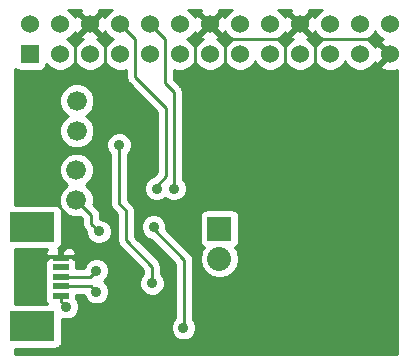
<source format=gbl>
G04 #@! TF.FileFunction,Copper,L2,Bot,Signal*
%FSLAX46Y46*%
G04 Gerber Fmt 4.6, Leading zero omitted, Abs format (unit mm)*
G04 Created by KiCad (PCBNEW 4.0.1-stable) date 7/28/2016 7:21:10 PM*
%MOMM*%
G01*
G04 APERTURE LIST*
%ADD10C,0.150000*%
%ADD11R,1.524000X1.524000*%
%ADD12C,1.524000*%
%ADD13C,1.676400*%
%ADD14R,2.032000X2.032000*%
%ADD15O,2.032000X2.032000*%
%ADD16R,3.799840X2.499360*%
%ADD17R,1.399540X0.500380*%
%ADD18C,0.889000*%
%ADD19C,0.254000*%
G04 APERTURE END LIST*
D10*
D11*
X139905000Y-77445000D03*
D12*
X139905000Y-74905000D03*
X142445000Y-77445000D03*
X142445000Y-74905000D03*
X144985000Y-77445000D03*
X144985000Y-74905000D03*
X147525000Y-77445000D03*
X147525000Y-74905000D03*
X150065000Y-77445000D03*
X150065000Y-74905000D03*
X152605000Y-77445000D03*
X152605000Y-74905000D03*
X155145000Y-77445000D03*
X155145000Y-74905000D03*
X157685000Y-77445000D03*
X157685000Y-74905000D03*
X160225000Y-77445000D03*
X160225000Y-74905000D03*
X162765000Y-77445000D03*
X162765000Y-74905000D03*
X165305000Y-77445000D03*
X165305000Y-74905000D03*
X167845000Y-77445000D03*
X167845000Y-74905000D03*
X170385000Y-77445000D03*
X170385000Y-74905000D03*
D13*
X143842000Y-87224000D03*
X143842000Y-89764000D03*
X143880000Y-81380000D03*
X143880000Y-83920000D03*
D14*
X155956000Y-92202000D03*
D15*
X155956000Y-94742000D03*
D16*
X140098780Y-92064840D03*
X140098780Y-100467160D03*
D17*
X142499080Y-94665800D03*
X142499080Y-95465900D03*
X142499080Y-97866200D03*
X142499080Y-97066100D03*
X142499080Y-96266000D03*
D18*
X150382500Y-92050000D03*
X152908000Y-100584000D03*
X143002000Y-98806000D03*
X145542000Y-97536000D03*
X145542000Y-95758000D03*
X143256000Y-93472000D03*
X148858500Y-97257000D03*
X142748000Y-102362000D03*
X147652000Y-95860000D03*
X150636500Y-88811500D03*
X150255500Y-96812500D03*
X147460000Y-85100000D03*
X145747000Y-92431000D03*
X152097000Y-88811500D03*
D19*
X150382500Y-92240500D02*
X152986000Y-94844000D01*
X150382500Y-92050000D02*
X150382500Y-92240500D01*
X152908000Y-100584000D02*
X152986000Y-100506000D01*
X152986000Y-100506000D02*
X152986000Y-94844000D01*
X142499080Y-98303080D02*
X142499080Y-97866200D01*
X143002000Y-98806000D02*
X142499080Y-98303080D01*
X142499080Y-97066100D02*
X145072100Y-97066100D01*
X145072100Y-97066100D02*
X145542000Y-97536000D01*
X142499080Y-96266000D02*
X145034000Y-96266000D01*
X145034000Y-96266000D02*
X145542000Y-95758000D01*
X142499080Y-94665800D02*
X142499080Y-94228920D01*
X142499080Y-94228920D02*
X143256000Y-93472000D01*
X161495000Y-76175000D02*
X156415000Y-76175000D01*
X169242000Y-76175000D02*
X164035000Y-76175000D01*
X146255000Y-78207000D02*
X146255000Y-76175000D01*
X146255000Y-76175000D02*
X144985000Y-74905000D01*
X164035000Y-78334000D02*
X164035000Y-76175000D01*
X164035000Y-76175000D02*
X162765000Y-74905000D01*
X156415000Y-78334000D02*
X156415000Y-76175000D01*
X156415000Y-76175000D02*
X155145000Y-74905000D01*
X143715000Y-78080000D02*
X143715000Y-76175000D01*
X143715000Y-76175000D02*
X144985000Y-74905000D01*
X161495000Y-78461000D02*
X161495000Y-76175000D01*
X161495000Y-76175000D02*
X162765000Y-74905000D01*
X153875000Y-78207000D02*
X153875000Y-76175000D01*
X153875000Y-76175000D02*
X155145000Y-74905000D01*
X150636500Y-88811500D02*
X150636500Y-88557500D01*
X148795000Y-76175000D02*
X147525000Y-74905000D01*
X148795000Y-79350000D02*
X148795000Y-76175000D01*
X151462000Y-82017000D02*
X148795000Y-79350000D01*
X151462000Y-87732000D02*
X151462000Y-82017000D01*
X150636500Y-88557500D02*
X151462000Y-87732000D01*
X147461500Y-85101500D02*
X147461500Y-90081500D01*
X150255500Y-95415500D02*
X150255500Y-96812500D01*
X148033000Y-93193000D02*
X150255500Y-95415500D01*
X148033000Y-90653000D02*
X148033000Y-93193000D01*
X147461500Y-90081500D02*
X148033000Y-90653000D01*
X147461500Y-85101500D02*
X147460000Y-85100000D01*
X145112000Y-91796000D02*
X145112000Y-91034000D01*
X145747000Y-92431000D02*
X145112000Y-91796000D01*
X145112000Y-91034000D02*
X143842000Y-89764000D01*
X150065000Y-74905000D02*
X150089000Y-74905000D01*
X150089000Y-74905000D02*
X151335000Y-76151000D01*
X151335000Y-76151000D02*
X151335000Y-79858000D01*
X151335000Y-79858000D02*
X152097000Y-80620000D01*
X152097000Y-80620000D02*
X152097000Y-88811500D01*
G36*
X169199990Y-75695303D02*
X169592630Y-76088629D01*
X169784727Y-76168395D01*
X169653857Y-76222603D01*
X169584392Y-76464787D01*
X170385000Y-77265395D01*
X170399143Y-77251253D01*
X170578748Y-77430858D01*
X170564605Y-77445000D01*
X170578748Y-77459143D01*
X170399143Y-77638748D01*
X170385000Y-77624605D01*
X169584392Y-78425213D01*
X169653857Y-78667397D01*
X170177302Y-78854144D01*
X170732368Y-78826362D01*
X170970000Y-78727931D01*
X170970000Y-102795000D01*
X138685000Y-102795000D01*
X138685000Y-102364280D01*
X141998700Y-102364280D01*
X142234017Y-102320002D01*
X142450141Y-102180930D01*
X142595131Y-101968730D01*
X142646140Y-101716840D01*
X142646140Y-99827100D01*
X142786332Y-99885313D01*
X143215784Y-99885687D01*
X143612689Y-99721689D01*
X143916622Y-99418286D01*
X144081313Y-99021668D01*
X144081687Y-98592216D01*
X143917689Y-98195311D01*
X143845045Y-98122540D01*
X143846290Y-98116390D01*
X143846290Y-97828100D01*
X144494673Y-97828100D01*
X144626311Y-98146689D01*
X144929714Y-98450622D01*
X145326332Y-98615313D01*
X145755784Y-98615687D01*
X146152689Y-98451689D01*
X146456622Y-98148286D01*
X146621313Y-97751668D01*
X146621687Y-97322216D01*
X146457689Y-96925311D01*
X146179644Y-96646781D01*
X146456622Y-96370286D01*
X146621313Y-95973668D01*
X146621687Y-95544216D01*
X146457689Y-95147311D01*
X146154286Y-94843378D01*
X145757668Y-94678687D01*
X145328216Y-94678313D01*
X144931311Y-94842311D01*
X144627378Y-95145714D01*
X144478604Y-95504000D01*
X143846290Y-95504000D01*
X143846290Y-95215710D01*
X143819967Y-95075815D01*
X143833850Y-95042299D01*
X143833850Y-94949645D01*
X143689050Y-94804845D01*
X143662940Y-94764269D01*
X143450740Y-94619279D01*
X143198850Y-94568270D01*
X141799310Y-94568270D01*
X141563993Y-94612548D01*
X141347869Y-94751620D01*
X141316662Y-94797293D01*
X141164310Y-94949645D01*
X141164310Y-95042299D01*
X141179541Y-95079069D01*
X141151870Y-95215710D01*
X141151870Y-95716090D01*
X141181103Y-95871452D01*
X141151870Y-96015810D01*
X141151870Y-96516190D01*
X141181103Y-96671552D01*
X141151870Y-96815910D01*
X141151870Y-97316290D01*
X141181103Y-97471652D01*
X141151870Y-97616010D01*
X141151870Y-98116390D01*
X141196148Y-98351707D01*
X141335220Y-98567831D01*
X141338453Y-98570040D01*
X138685000Y-98570040D01*
X138685000Y-93961960D01*
X141354934Y-93961960D01*
X141260983Y-94055912D01*
X141164310Y-94289301D01*
X141164310Y-94381955D01*
X141323060Y-94540705D01*
X142372080Y-94540705D01*
X142372080Y-93939360D01*
X142626080Y-93939360D01*
X142626080Y-94540705D01*
X143675100Y-94540705D01*
X143833850Y-94381955D01*
X143833850Y-94289301D01*
X143737177Y-94055912D01*
X143558549Y-93877283D01*
X143325160Y-93780610D01*
X142784830Y-93780610D01*
X142626080Y-93939360D01*
X142372080Y-93939360D01*
X142304833Y-93872113D01*
X142450141Y-93778610D01*
X142595131Y-93566410D01*
X142646140Y-93314520D01*
X142646140Y-90815160D01*
X142608144Y-90613230D01*
X143006409Y-91012190D01*
X143547677Y-91236944D01*
X144133752Y-91237455D01*
X144207396Y-91207026D01*
X144350000Y-91349631D01*
X144350000Y-91796000D01*
X144408004Y-92087605D01*
X144526982Y-92265668D01*
X144573185Y-92334815D01*
X144667501Y-92429131D01*
X144667313Y-92644784D01*
X144831311Y-93041689D01*
X145134714Y-93345622D01*
X145531332Y-93510313D01*
X145960784Y-93510687D01*
X146357689Y-93346689D01*
X146661622Y-93043286D01*
X146826313Y-92646668D01*
X146826687Y-92217216D01*
X146662689Y-91820311D01*
X146359286Y-91516378D01*
X145962668Y-91351687D01*
X145874000Y-91351610D01*
X145874000Y-91034000D01*
X145815996Y-90742395D01*
X145756264Y-90653000D01*
X145650815Y-90495184D01*
X145285313Y-90129682D01*
X145314944Y-90058323D01*
X145315455Y-89472248D01*
X145091647Y-88930589D01*
X144677591Y-88515810D01*
X144625608Y-88494225D01*
X144675411Y-88473647D01*
X145090190Y-88059591D01*
X145314944Y-87518323D01*
X145315455Y-86932248D01*
X145091647Y-86390589D01*
X144677591Y-85975810D01*
X144136323Y-85751056D01*
X143550248Y-85750545D01*
X143008589Y-85974353D01*
X142593810Y-86388409D01*
X142369056Y-86929677D01*
X142368545Y-87515752D01*
X142592353Y-88057411D01*
X143006409Y-88472190D01*
X143058392Y-88493775D01*
X143008589Y-88514353D01*
X142593810Y-88928409D01*
X142369056Y-89469677D01*
X142368545Y-90055752D01*
X142555009Y-90507032D01*
X142462790Y-90363719D01*
X142250590Y-90218729D01*
X141998700Y-90167720D01*
X138685000Y-90167720D01*
X138685000Y-81671752D01*
X142406545Y-81671752D01*
X142630353Y-82213411D01*
X143044409Y-82628190D01*
X143096392Y-82649775D01*
X143046589Y-82670353D01*
X142631810Y-83084409D01*
X142407056Y-83625677D01*
X142406545Y-84211752D01*
X142630353Y-84753411D01*
X143044409Y-85168190D01*
X143585677Y-85392944D01*
X144171752Y-85393455D01*
X144364571Y-85313784D01*
X146380313Y-85313784D01*
X146544311Y-85710689D01*
X146699500Y-85866149D01*
X146699500Y-90081500D01*
X146757504Y-90373105D01*
X146839075Y-90495184D01*
X146922685Y-90620315D01*
X147271000Y-90968630D01*
X147271000Y-93193000D01*
X147329004Y-93484605D01*
X147372591Y-93549837D01*
X147494185Y-93731815D01*
X149493500Y-95731131D01*
X149493500Y-96047858D01*
X149340878Y-96200214D01*
X149176187Y-96596832D01*
X149175813Y-97026284D01*
X149339811Y-97423189D01*
X149643214Y-97727122D01*
X150039832Y-97891813D01*
X150469284Y-97892187D01*
X150866189Y-97728189D01*
X151170122Y-97424786D01*
X151334813Y-97028168D01*
X151335187Y-96598716D01*
X151171189Y-96201811D01*
X151017500Y-96047854D01*
X151017500Y-95415500D01*
X150959496Y-95123895D01*
X150852537Y-94963820D01*
X150794316Y-94876685D01*
X148795000Y-92877370D01*
X148795000Y-92263784D01*
X149302813Y-92263784D01*
X149466811Y-92660689D01*
X149770214Y-92964622D01*
X150166832Y-93129313D01*
X150193706Y-93129336D01*
X152224000Y-95159630D01*
X152224000Y-99741494D01*
X151993378Y-99971714D01*
X151828687Y-100368332D01*
X151828313Y-100797784D01*
X151992311Y-101194689D01*
X152295714Y-101498622D01*
X152692332Y-101663313D01*
X153121784Y-101663687D01*
X153518689Y-101499689D01*
X153822622Y-101196286D01*
X153987313Y-100799668D01*
X153987687Y-100370216D01*
X153823689Y-99973311D01*
X153748000Y-99897490D01*
X153748000Y-94844000D01*
X153727711Y-94742000D01*
X154272655Y-94742000D01*
X154398330Y-95373810D01*
X154756222Y-95909433D01*
X155291845Y-96267325D01*
X155923655Y-96393000D01*
X155988345Y-96393000D01*
X156620155Y-96267325D01*
X157155778Y-95909433D01*
X157513670Y-95373810D01*
X157639345Y-94742000D01*
X157513670Y-94110190D01*
X157286501Y-93770208D01*
X157423441Y-93682090D01*
X157568431Y-93469890D01*
X157619440Y-93218000D01*
X157619440Y-91186000D01*
X157575162Y-90950683D01*
X157436090Y-90734559D01*
X157223890Y-90589569D01*
X156972000Y-90538560D01*
X154940000Y-90538560D01*
X154704683Y-90582838D01*
X154488559Y-90721910D01*
X154343569Y-90934110D01*
X154292560Y-91186000D01*
X154292560Y-93218000D01*
X154336838Y-93453317D01*
X154475910Y-93669441D01*
X154624837Y-93771198D01*
X154398330Y-94110190D01*
X154272655Y-94742000D01*
X153727711Y-94742000D01*
X153689996Y-94552395D01*
X153524815Y-94305185D01*
X151461833Y-92242203D01*
X151462187Y-91836216D01*
X151298189Y-91439311D01*
X150994786Y-91135378D01*
X150598168Y-90970687D01*
X150168716Y-90970313D01*
X149771811Y-91134311D01*
X149467878Y-91437714D01*
X149303187Y-91834332D01*
X149302813Y-92263784D01*
X148795000Y-92263784D01*
X148795000Y-90653000D01*
X148736996Y-90361395D01*
X148571815Y-90114185D01*
X148223500Y-89765870D01*
X148223500Y-85863144D01*
X148374622Y-85712286D01*
X148539313Y-85315668D01*
X148539687Y-84886216D01*
X148375689Y-84489311D01*
X148072286Y-84185378D01*
X147675668Y-84020687D01*
X147246216Y-84020313D01*
X146849311Y-84184311D01*
X146545378Y-84487714D01*
X146380687Y-84884332D01*
X146380313Y-85313784D01*
X144364571Y-85313784D01*
X144713411Y-85169647D01*
X145128190Y-84755591D01*
X145352944Y-84214323D01*
X145353455Y-83628248D01*
X145129647Y-83086589D01*
X144715591Y-82671810D01*
X144663608Y-82650225D01*
X144713411Y-82629647D01*
X145128190Y-82215591D01*
X145352944Y-81674323D01*
X145353455Y-81088248D01*
X145129647Y-80546589D01*
X144715591Y-80131810D01*
X144174323Y-79907056D01*
X143588248Y-79906545D01*
X143046589Y-80130353D01*
X142631810Y-80544409D01*
X142407056Y-81085677D01*
X142406545Y-81671752D01*
X138685000Y-81671752D01*
X138685000Y-78662602D01*
X138891110Y-78803431D01*
X139143000Y-78854440D01*
X140667000Y-78854440D01*
X140902317Y-78810162D01*
X141118441Y-78671090D01*
X141263431Y-78458890D01*
X141300492Y-78275876D01*
X141652630Y-78628629D01*
X142165900Y-78841757D01*
X142721661Y-78842242D01*
X143235303Y-78630010D01*
X143628629Y-78237370D01*
X143714949Y-78029488D01*
X143799990Y-78235303D01*
X144192630Y-78628629D01*
X144705900Y-78841757D01*
X145261661Y-78842242D01*
X145775303Y-78630010D01*
X146168629Y-78237370D01*
X146254949Y-78029488D01*
X146339990Y-78235303D01*
X146732630Y-78628629D01*
X147245900Y-78841757D01*
X147801661Y-78842242D01*
X148033000Y-78746655D01*
X148033000Y-79350000D01*
X148091004Y-79641605D01*
X148235595Y-79858000D01*
X148256185Y-79888815D01*
X150700000Y-82332631D01*
X150700000Y-87416369D01*
X150357687Y-87758682D01*
X150025811Y-87895811D01*
X149721878Y-88199214D01*
X149557187Y-88595832D01*
X149556813Y-89025284D01*
X149720811Y-89422189D01*
X150024214Y-89726122D01*
X150420832Y-89890813D01*
X150850284Y-89891187D01*
X151247189Y-89727189D01*
X151366692Y-89607894D01*
X151484714Y-89726122D01*
X151881332Y-89890813D01*
X152310784Y-89891187D01*
X152707689Y-89727189D01*
X153011622Y-89423786D01*
X153176313Y-89027168D01*
X153176687Y-88597716D01*
X153012689Y-88200811D01*
X152859000Y-88046854D01*
X152859000Y-80620000D01*
X152800996Y-80328395D01*
X152681532Y-80149605D01*
X152635816Y-80081185D01*
X152097000Y-79542370D01*
X152097000Y-78746710D01*
X152325900Y-78841757D01*
X152881661Y-78842242D01*
X153395303Y-78630010D01*
X153788629Y-78237370D01*
X153874949Y-78029488D01*
X153959990Y-78235303D01*
X154352630Y-78628629D01*
X154865900Y-78841757D01*
X155421661Y-78842242D01*
X155935303Y-78630010D01*
X156328629Y-78237370D01*
X156414949Y-78029488D01*
X156499990Y-78235303D01*
X156892630Y-78628629D01*
X157405900Y-78841757D01*
X157961661Y-78842242D01*
X158475303Y-78630010D01*
X158868629Y-78237370D01*
X158954949Y-78029488D01*
X159039990Y-78235303D01*
X159432630Y-78628629D01*
X159945900Y-78841757D01*
X160501661Y-78842242D01*
X161015303Y-78630010D01*
X161408629Y-78237370D01*
X161494949Y-78029488D01*
X161579990Y-78235303D01*
X161972630Y-78628629D01*
X162485900Y-78841757D01*
X163041661Y-78842242D01*
X163555303Y-78630010D01*
X163948629Y-78237370D01*
X164034949Y-78029488D01*
X164119990Y-78235303D01*
X164512630Y-78628629D01*
X165025900Y-78841757D01*
X165581661Y-78842242D01*
X166095303Y-78630010D01*
X166488629Y-78237370D01*
X166574949Y-78029488D01*
X166659990Y-78235303D01*
X167052630Y-78628629D01*
X167565900Y-78841757D01*
X168121661Y-78842242D01*
X168635303Y-78630010D01*
X169028629Y-78237370D01*
X169108395Y-78045273D01*
X169162603Y-78176143D01*
X169404787Y-78245608D01*
X170205395Y-77445000D01*
X169404787Y-76644392D01*
X169162603Y-76713857D01*
X169112491Y-76854318D01*
X169030010Y-76654697D01*
X168637370Y-76261371D01*
X168429488Y-76175051D01*
X168635303Y-76090010D01*
X169028629Y-75697370D01*
X169114949Y-75489488D01*
X169199990Y-75695303D01*
X169199990Y-75695303D01*
G37*
X169199990Y-75695303D02*
X169592630Y-76088629D01*
X169784727Y-76168395D01*
X169653857Y-76222603D01*
X169584392Y-76464787D01*
X170385000Y-77265395D01*
X170399143Y-77251253D01*
X170578748Y-77430858D01*
X170564605Y-77445000D01*
X170578748Y-77459143D01*
X170399143Y-77638748D01*
X170385000Y-77624605D01*
X169584392Y-78425213D01*
X169653857Y-78667397D01*
X170177302Y-78854144D01*
X170732368Y-78826362D01*
X170970000Y-78727931D01*
X170970000Y-102795000D01*
X138685000Y-102795000D01*
X138685000Y-102364280D01*
X141998700Y-102364280D01*
X142234017Y-102320002D01*
X142450141Y-102180930D01*
X142595131Y-101968730D01*
X142646140Y-101716840D01*
X142646140Y-99827100D01*
X142786332Y-99885313D01*
X143215784Y-99885687D01*
X143612689Y-99721689D01*
X143916622Y-99418286D01*
X144081313Y-99021668D01*
X144081687Y-98592216D01*
X143917689Y-98195311D01*
X143845045Y-98122540D01*
X143846290Y-98116390D01*
X143846290Y-97828100D01*
X144494673Y-97828100D01*
X144626311Y-98146689D01*
X144929714Y-98450622D01*
X145326332Y-98615313D01*
X145755784Y-98615687D01*
X146152689Y-98451689D01*
X146456622Y-98148286D01*
X146621313Y-97751668D01*
X146621687Y-97322216D01*
X146457689Y-96925311D01*
X146179644Y-96646781D01*
X146456622Y-96370286D01*
X146621313Y-95973668D01*
X146621687Y-95544216D01*
X146457689Y-95147311D01*
X146154286Y-94843378D01*
X145757668Y-94678687D01*
X145328216Y-94678313D01*
X144931311Y-94842311D01*
X144627378Y-95145714D01*
X144478604Y-95504000D01*
X143846290Y-95504000D01*
X143846290Y-95215710D01*
X143819967Y-95075815D01*
X143833850Y-95042299D01*
X143833850Y-94949645D01*
X143689050Y-94804845D01*
X143662940Y-94764269D01*
X143450740Y-94619279D01*
X143198850Y-94568270D01*
X141799310Y-94568270D01*
X141563993Y-94612548D01*
X141347869Y-94751620D01*
X141316662Y-94797293D01*
X141164310Y-94949645D01*
X141164310Y-95042299D01*
X141179541Y-95079069D01*
X141151870Y-95215710D01*
X141151870Y-95716090D01*
X141181103Y-95871452D01*
X141151870Y-96015810D01*
X141151870Y-96516190D01*
X141181103Y-96671552D01*
X141151870Y-96815910D01*
X141151870Y-97316290D01*
X141181103Y-97471652D01*
X141151870Y-97616010D01*
X141151870Y-98116390D01*
X141196148Y-98351707D01*
X141335220Y-98567831D01*
X141338453Y-98570040D01*
X138685000Y-98570040D01*
X138685000Y-93961960D01*
X141354934Y-93961960D01*
X141260983Y-94055912D01*
X141164310Y-94289301D01*
X141164310Y-94381955D01*
X141323060Y-94540705D01*
X142372080Y-94540705D01*
X142372080Y-93939360D01*
X142626080Y-93939360D01*
X142626080Y-94540705D01*
X143675100Y-94540705D01*
X143833850Y-94381955D01*
X143833850Y-94289301D01*
X143737177Y-94055912D01*
X143558549Y-93877283D01*
X143325160Y-93780610D01*
X142784830Y-93780610D01*
X142626080Y-93939360D01*
X142372080Y-93939360D01*
X142304833Y-93872113D01*
X142450141Y-93778610D01*
X142595131Y-93566410D01*
X142646140Y-93314520D01*
X142646140Y-90815160D01*
X142608144Y-90613230D01*
X143006409Y-91012190D01*
X143547677Y-91236944D01*
X144133752Y-91237455D01*
X144207396Y-91207026D01*
X144350000Y-91349631D01*
X144350000Y-91796000D01*
X144408004Y-92087605D01*
X144526982Y-92265668D01*
X144573185Y-92334815D01*
X144667501Y-92429131D01*
X144667313Y-92644784D01*
X144831311Y-93041689D01*
X145134714Y-93345622D01*
X145531332Y-93510313D01*
X145960784Y-93510687D01*
X146357689Y-93346689D01*
X146661622Y-93043286D01*
X146826313Y-92646668D01*
X146826687Y-92217216D01*
X146662689Y-91820311D01*
X146359286Y-91516378D01*
X145962668Y-91351687D01*
X145874000Y-91351610D01*
X145874000Y-91034000D01*
X145815996Y-90742395D01*
X145756264Y-90653000D01*
X145650815Y-90495184D01*
X145285313Y-90129682D01*
X145314944Y-90058323D01*
X145315455Y-89472248D01*
X145091647Y-88930589D01*
X144677591Y-88515810D01*
X144625608Y-88494225D01*
X144675411Y-88473647D01*
X145090190Y-88059591D01*
X145314944Y-87518323D01*
X145315455Y-86932248D01*
X145091647Y-86390589D01*
X144677591Y-85975810D01*
X144136323Y-85751056D01*
X143550248Y-85750545D01*
X143008589Y-85974353D01*
X142593810Y-86388409D01*
X142369056Y-86929677D01*
X142368545Y-87515752D01*
X142592353Y-88057411D01*
X143006409Y-88472190D01*
X143058392Y-88493775D01*
X143008589Y-88514353D01*
X142593810Y-88928409D01*
X142369056Y-89469677D01*
X142368545Y-90055752D01*
X142555009Y-90507032D01*
X142462790Y-90363719D01*
X142250590Y-90218729D01*
X141998700Y-90167720D01*
X138685000Y-90167720D01*
X138685000Y-81671752D01*
X142406545Y-81671752D01*
X142630353Y-82213411D01*
X143044409Y-82628190D01*
X143096392Y-82649775D01*
X143046589Y-82670353D01*
X142631810Y-83084409D01*
X142407056Y-83625677D01*
X142406545Y-84211752D01*
X142630353Y-84753411D01*
X143044409Y-85168190D01*
X143585677Y-85392944D01*
X144171752Y-85393455D01*
X144364571Y-85313784D01*
X146380313Y-85313784D01*
X146544311Y-85710689D01*
X146699500Y-85866149D01*
X146699500Y-90081500D01*
X146757504Y-90373105D01*
X146839075Y-90495184D01*
X146922685Y-90620315D01*
X147271000Y-90968630D01*
X147271000Y-93193000D01*
X147329004Y-93484605D01*
X147372591Y-93549837D01*
X147494185Y-93731815D01*
X149493500Y-95731131D01*
X149493500Y-96047858D01*
X149340878Y-96200214D01*
X149176187Y-96596832D01*
X149175813Y-97026284D01*
X149339811Y-97423189D01*
X149643214Y-97727122D01*
X150039832Y-97891813D01*
X150469284Y-97892187D01*
X150866189Y-97728189D01*
X151170122Y-97424786D01*
X151334813Y-97028168D01*
X151335187Y-96598716D01*
X151171189Y-96201811D01*
X151017500Y-96047854D01*
X151017500Y-95415500D01*
X150959496Y-95123895D01*
X150852537Y-94963820D01*
X150794316Y-94876685D01*
X148795000Y-92877370D01*
X148795000Y-92263784D01*
X149302813Y-92263784D01*
X149466811Y-92660689D01*
X149770214Y-92964622D01*
X150166832Y-93129313D01*
X150193706Y-93129336D01*
X152224000Y-95159630D01*
X152224000Y-99741494D01*
X151993378Y-99971714D01*
X151828687Y-100368332D01*
X151828313Y-100797784D01*
X151992311Y-101194689D01*
X152295714Y-101498622D01*
X152692332Y-101663313D01*
X153121784Y-101663687D01*
X153518689Y-101499689D01*
X153822622Y-101196286D01*
X153987313Y-100799668D01*
X153987687Y-100370216D01*
X153823689Y-99973311D01*
X153748000Y-99897490D01*
X153748000Y-94844000D01*
X153727711Y-94742000D01*
X154272655Y-94742000D01*
X154398330Y-95373810D01*
X154756222Y-95909433D01*
X155291845Y-96267325D01*
X155923655Y-96393000D01*
X155988345Y-96393000D01*
X156620155Y-96267325D01*
X157155778Y-95909433D01*
X157513670Y-95373810D01*
X157639345Y-94742000D01*
X157513670Y-94110190D01*
X157286501Y-93770208D01*
X157423441Y-93682090D01*
X157568431Y-93469890D01*
X157619440Y-93218000D01*
X157619440Y-91186000D01*
X157575162Y-90950683D01*
X157436090Y-90734559D01*
X157223890Y-90589569D01*
X156972000Y-90538560D01*
X154940000Y-90538560D01*
X154704683Y-90582838D01*
X154488559Y-90721910D01*
X154343569Y-90934110D01*
X154292560Y-91186000D01*
X154292560Y-93218000D01*
X154336838Y-93453317D01*
X154475910Y-93669441D01*
X154624837Y-93771198D01*
X154398330Y-94110190D01*
X154272655Y-94742000D01*
X153727711Y-94742000D01*
X153689996Y-94552395D01*
X153524815Y-94305185D01*
X151461833Y-92242203D01*
X151462187Y-91836216D01*
X151298189Y-91439311D01*
X150994786Y-91135378D01*
X150598168Y-90970687D01*
X150168716Y-90970313D01*
X149771811Y-91134311D01*
X149467878Y-91437714D01*
X149303187Y-91834332D01*
X149302813Y-92263784D01*
X148795000Y-92263784D01*
X148795000Y-90653000D01*
X148736996Y-90361395D01*
X148571815Y-90114185D01*
X148223500Y-89765870D01*
X148223500Y-85863144D01*
X148374622Y-85712286D01*
X148539313Y-85315668D01*
X148539687Y-84886216D01*
X148375689Y-84489311D01*
X148072286Y-84185378D01*
X147675668Y-84020687D01*
X147246216Y-84020313D01*
X146849311Y-84184311D01*
X146545378Y-84487714D01*
X146380687Y-84884332D01*
X146380313Y-85313784D01*
X144364571Y-85313784D01*
X144713411Y-85169647D01*
X145128190Y-84755591D01*
X145352944Y-84214323D01*
X145353455Y-83628248D01*
X145129647Y-83086589D01*
X144715591Y-82671810D01*
X144663608Y-82650225D01*
X144713411Y-82629647D01*
X145128190Y-82215591D01*
X145352944Y-81674323D01*
X145353455Y-81088248D01*
X145129647Y-80546589D01*
X144715591Y-80131810D01*
X144174323Y-79907056D01*
X143588248Y-79906545D01*
X143046589Y-80130353D01*
X142631810Y-80544409D01*
X142407056Y-81085677D01*
X142406545Y-81671752D01*
X138685000Y-81671752D01*
X138685000Y-78662602D01*
X138891110Y-78803431D01*
X139143000Y-78854440D01*
X140667000Y-78854440D01*
X140902317Y-78810162D01*
X141118441Y-78671090D01*
X141263431Y-78458890D01*
X141300492Y-78275876D01*
X141652630Y-78628629D01*
X142165900Y-78841757D01*
X142721661Y-78842242D01*
X143235303Y-78630010D01*
X143628629Y-78237370D01*
X143714949Y-78029488D01*
X143799990Y-78235303D01*
X144192630Y-78628629D01*
X144705900Y-78841757D01*
X145261661Y-78842242D01*
X145775303Y-78630010D01*
X146168629Y-78237370D01*
X146254949Y-78029488D01*
X146339990Y-78235303D01*
X146732630Y-78628629D01*
X147245900Y-78841757D01*
X147801661Y-78842242D01*
X148033000Y-78746655D01*
X148033000Y-79350000D01*
X148091004Y-79641605D01*
X148235595Y-79858000D01*
X148256185Y-79888815D01*
X150700000Y-82332631D01*
X150700000Y-87416369D01*
X150357687Y-87758682D01*
X150025811Y-87895811D01*
X149721878Y-88199214D01*
X149557187Y-88595832D01*
X149556813Y-89025284D01*
X149720811Y-89422189D01*
X150024214Y-89726122D01*
X150420832Y-89890813D01*
X150850284Y-89891187D01*
X151247189Y-89727189D01*
X151366692Y-89607894D01*
X151484714Y-89726122D01*
X151881332Y-89890813D01*
X152310784Y-89891187D01*
X152707689Y-89727189D01*
X153011622Y-89423786D01*
X153176313Y-89027168D01*
X153176687Y-88597716D01*
X153012689Y-88200811D01*
X152859000Y-88046854D01*
X152859000Y-80620000D01*
X152800996Y-80328395D01*
X152681532Y-80149605D01*
X152635816Y-80081185D01*
X152097000Y-79542370D01*
X152097000Y-78746710D01*
X152325900Y-78841757D01*
X152881661Y-78842242D01*
X153395303Y-78630010D01*
X153788629Y-78237370D01*
X153874949Y-78029488D01*
X153959990Y-78235303D01*
X154352630Y-78628629D01*
X154865900Y-78841757D01*
X155421661Y-78842242D01*
X155935303Y-78630010D01*
X156328629Y-78237370D01*
X156414949Y-78029488D01*
X156499990Y-78235303D01*
X156892630Y-78628629D01*
X157405900Y-78841757D01*
X157961661Y-78842242D01*
X158475303Y-78630010D01*
X158868629Y-78237370D01*
X158954949Y-78029488D01*
X159039990Y-78235303D01*
X159432630Y-78628629D01*
X159945900Y-78841757D01*
X160501661Y-78842242D01*
X161015303Y-78630010D01*
X161408629Y-78237370D01*
X161494949Y-78029488D01*
X161579990Y-78235303D01*
X161972630Y-78628629D01*
X162485900Y-78841757D01*
X163041661Y-78842242D01*
X163555303Y-78630010D01*
X163948629Y-78237370D01*
X164034949Y-78029488D01*
X164119990Y-78235303D01*
X164512630Y-78628629D01*
X165025900Y-78841757D01*
X165581661Y-78842242D01*
X166095303Y-78630010D01*
X166488629Y-78237370D01*
X166574949Y-78029488D01*
X166659990Y-78235303D01*
X167052630Y-78628629D01*
X167565900Y-78841757D01*
X168121661Y-78842242D01*
X168635303Y-78630010D01*
X169028629Y-78237370D01*
X169108395Y-78045273D01*
X169162603Y-78176143D01*
X169404787Y-78245608D01*
X170205395Y-77445000D01*
X169404787Y-76644392D01*
X169162603Y-76713857D01*
X169112491Y-76854318D01*
X169030010Y-76654697D01*
X168637370Y-76261371D01*
X168429488Y-76175051D01*
X168635303Y-76090010D01*
X169028629Y-75697370D01*
X169114949Y-75489488D01*
X169199990Y-75695303D01*
G36*
X150258748Y-77430858D02*
X150244605Y-77445000D01*
X150258748Y-77459143D01*
X150079143Y-77638748D01*
X150065000Y-77624605D01*
X150050858Y-77638748D01*
X149871253Y-77459143D01*
X149885395Y-77445000D01*
X149871253Y-77430858D01*
X150050858Y-77251253D01*
X150065000Y-77265395D01*
X150079143Y-77251253D01*
X150258748Y-77430858D01*
X150258748Y-77430858D01*
G37*
X150258748Y-77430858D02*
X150244605Y-77445000D01*
X150258748Y-77459143D01*
X150079143Y-77638748D01*
X150065000Y-77624605D01*
X150050858Y-77638748D01*
X149871253Y-77459143D01*
X149885395Y-77445000D01*
X149871253Y-77430858D01*
X150050858Y-77251253D01*
X150065000Y-77265395D01*
X150079143Y-77251253D01*
X150258748Y-77430858D01*
G36*
X144184392Y-73924787D02*
X144985000Y-74725395D01*
X145785608Y-73924787D01*
X145716831Y-73685000D01*
X146819379Y-73685000D01*
X146734697Y-73719990D01*
X146341371Y-74112630D01*
X146261605Y-74304727D01*
X146207397Y-74173857D01*
X145965213Y-74104392D01*
X145164605Y-74905000D01*
X145965213Y-75705608D01*
X146207397Y-75636143D01*
X146257509Y-75495682D01*
X146339990Y-75695303D01*
X146732630Y-76088629D01*
X146940512Y-76174949D01*
X146734697Y-76259990D01*
X146341371Y-76652630D01*
X146255051Y-76860512D01*
X146170010Y-76654697D01*
X145777370Y-76261371D01*
X145585273Y-76181605D01*
X145716143Y-76127397D01*
X145785608Y-75885213D01*
X144985000Y-75084605D01*
X144184392Y-75885213D01*
X144253857Y-76127397D01*
X144394318Y-76177509D01*
X144194697Y-76259990D01*
X143801371Y-76652630D01*
X143715051Y-76860512D01*
X143630010Y-76654697D01*
X143237370Y-76261371D01*
X143029488Y-76175051D01*
X143235303Y-76090010D01*
X143628629Y-75697370D01*
X143708395Y-75505273D01*
X143762603Y-75636143D01*
X144004787Y-75705608D01*
X144805395Y-74905000D01*
X144004787Y-74104392D01*
X143762603Y-74173857D01*
X143712491Y-74314318D01*
X143630010Y-74114697D01*
X143237370Y-73721371D01*
X143149779Y-73685000D01*
X144253169Y-73685000D01*
X144184392Y-73924787D01*
X144184392Y-73924787D01*
G37*
X144184392Y-73924787D02*
X144985000Y-74725395D01*
X145785608Y-73924787D01*
X145716831Y-73685000D01*
X146819379Y-73685000D01*
X146734697Y-73719990D01*
X146341371Y-74112630D01*
X146261605Y-74304727D01*
X146207397Y-74173857D01*
X145965213Y-74104392D01*
X145164605Y-74905000D01*
X145965213Y-75705608D01*
X146207397Y-75636143D01*
X146257509Y-75495682D01*
X146339990Y-75695303D01*
X146732630Y-76088629D01*
X146940512Y-76174949D01*
X146734697Y-76259990D01*
X146341371Y-76652630D01*
X146255051Y-76860512D01*
X146170010Y-76654697D01*
X145777370Y-76261371D01*
X145585273Y-76181605D01*
X145716143Y-76127397D01*
X145785608Y-75885213D01*
X144985000Y-75084605D01*
X144184392Y-75885213D01*
X144253857Y-76127397D01*
X144394318Y-76177509D01*
X144194697Y-76259990D01*
X143801371Y-76652630D01*
X143715051Y-76860512D01*
X143630010Y-76654697D01*
X143237370Y-76261371D01*
X143029488Y-76175051D01*
X143235303Y-76090010D01*
X143628629Y-75697370D01*
X143708395Y-75505273D01*
X143762603Y-75636143D01*
X144004787Y-75705608D01*
X144805395Y-74905000D01*
X144004787Y-74104392D01*
X143762603Y-74173857D01*
X143712491Y-74314318D01*
X143630010Y-74114697D01*
X143237370Y-73721371D01*
X143149779Y-73685000D01*
X144253169Y-73685000D01*
X144184392Y-73924787D01*
G36*
X154344392Y-73924787D02*
X155145000Y-74725395D01*
X155945608Y-73924787D01*
X155876831Y-73685000D01*
X156979379Y-73685000D01*
X156894697Y-73719990D01*
X156501371Y-74112630D01*
X156421605Y-74304727D01*
X156367397Y-74173857D01*
X156125213Y-74104392D01*
X155324605Y-74905000D01*
X156125213Y-75705608D01*
X156367397Y-75636143D01*
X156417509Y-75495682D01*
X156499990Y-75695303D01*
X156892630Y-76088629D01*
X157100512Y-76174949D01*
X156894697Y-76259990D01*
X156501371Y-76652630D01*
X156415051Y-76860512D01*
X156330010Y-76654697D01*
X155937370Y-76261371D01*
X155745273Y-76181605D01*
X155876143Y-76127397D01*
X155945608Y-75885213D01*
X155145000Y-75084605D01*
X154344392Y-75885213D01*
X154413857Y-76127397D01*
X154554318Y-76177509D01*
X154354697Y-76259990D01*
X153961371Y-76652630D01*
X153875051Y-76860512D01*
X153790010Y-76654697D01*
X153397370Y-76261371D01*
X153189488Y-76175051D01*
X153395303Y-76090010D01*
X153788629Y-75697370D01*
X153868395Y-75505273D01*
X153922603Y-75636143D01*
X154164787Y-75705608D01*
X154965395Y-74905000D01*
X154164787Y-74104392D01*
X153922603Y-74173857D01*
X153872491Y-74314318D01*
X153790010Y-74114697D01*
X153397370Y-73721371D01*
X153309779Y-73685000D01*
X154413169Y-73685000D01*
X154344392Y-73924787D01*
X154344392Y-73924787D01*
G37*
X154344392Y-73924787D02*
X155145000Y-74725395D01*
X155945608Y-73924787D01*
X155876831Y-73685000D01*
X156979379Y-73685000D01*
X156894697Y-73719990D01*
X156501371Y-74112630D01*
X156421605Y-74304727D01*
X156367397Y-74173857D01*
X156125213Y-74104392D01*
X155324605Y-74905000D01*
X156125213Y-75705608D01*
X156367397Y-75636143D01*
X156417509Y-75495682D01*
X156499990Y-75695303D01*
X156892630Y-76088629D01*
X157100512Y-76174949D01*
X156894697Y-76259990D01*
X156501371Y-76652630D01*
X156415051Y-76860512D01*
X156330010Y-76654697D01*
X155937370Y-76261371D01*
X155745273Y-76181605D01*
X155876143Y-76127397D01*
X155945608Y-75885213D01*
X155145000Y-75084605D01*
X154344392Y-75885213D01*
X154413857Y-76127397D01*
X154554318Y-76177509D01*
X154354697Y-76259990D01*
X153961371Y-76652630D01*
X153875051Y-76860512D01*
X153790010Y-76654697D01*
X153397370Y-76261371D01*
X153189488Y-76175051D01*
X153395303Y-76090010D01*
X153788629Y-75697370D01*
X153868395Y-75505273D01*
X153922603Y-75636143D01*
X154164787Y-75705608D01*
X154965395Y-74905000D01*
X154164787Y-74104392D01*
X153922603Y-74173857D01*
X153872491Y-74314318D01*
X153790010Y-74114697D01*
X153397370Y-73721371D01*
X153309779Y-73685000D01*
X154413169Y-73685000D01*
X154344392Y-73924787D01*
G36*
X161964392Y-73924787D02*
X162765000Y-74725395D01*
X163565608Y-73924787D01*
X163496831Y-73685000D01*
X164599379Y-73685000D01*
X164514697Y-73719990D01*
X164121371Y-74112630D01*
X164041605Y-74304727D01*
X163987397Y-74173857D01*
X163745213Y-74104392D01*
X162944605Y-74905000D01*
X163745213Y-75705608D01*
X163987397Y-75636143D01*
X164037509Y-75495682D01*
X164119990Y-75695303D01*
X164512630Y-76088629D01*
X164720512Y-76174949D01*
X164514697Y-76259990D01*
X164121371Y-76652630D01*
X164035051Y-76860512D01*
X163950010Y-76654697D01*
X163557370Y-76261371D01*
X163365273Y-76181605D01*
X163496143Y-76127397D01*
X163565608Y-75885213D01*
X162765000Y-75084605D01*
X161964392Y-75885213D01*
X162033857Y-76127397D01*
X162174318Y-76177509D01*
X161974697Y-76259990D01*
X161581371Y-76652630D01*
X161495051Y-76860512D01*
X161410010Y-76654697D01*
X161017370Y-76261371D01*
X160809488Y-76175051D01*
X161015303Y-76090010D01*
X161408629Y-75697370D01*
X161488395Y-75505273D01*
X161542603Y-75636143D01*
X161784787Y-75705608D01*
X162585395Y-74905000D01*
X161784787Y-74104392D01*
X161542603Y-74173857D01*
X161492491Y-74314318D01*
X161410010Y-74114697D01*
X161017370Y-73721371D01*
X160929779Y-73685000D01*
X162033169Y-73685000D01*
X161964392Y-73924787D01*
X161964392Y-73924787D01*
G37*
X161964392Y-73924787D02*
X162765000Y-74725395D01*
X163565608Y-73924787D01*
X163496831Y-73685000D01*
X164599379Y-73685000D01*
X164514697Y-73719990D01*
X164121371Y-74112630D01*
X164041605Y-74304727D01*
X163987397Y-74173857D01*
X163745213Y-74104392D01*
X162944605Y-74905000D01*
X163745213Y-75705608D01*
X163987397Y-75636143D01*
X164037509Y-75495682D01*
X164119990Y-75695303D01*
X164512630Y-76088629D01*
X164720512Y-76174949D01*
X164514697Y-76259990D01*
X164121371Y-76652630D01*
X164035051Y-76860512D01*
X163950010Y-76654697D01*
X163557370Y-76261371D01*
X163365273Y-76181605D01*
X163496143Y-76127397D01*
X163565608Y-75885213D01*
X162765000Y-75084605D01*
X161964392Y-75885213D01*
X162033857Y-76127397D01*
X162174318Y-76177509D01*
X161974697Y-76259990D01*
X161581371Y-76652630D01*
X161495051Y-76860512D01*
X161410010Y-76654697D01*
X161017370Y-76261371D01*
X160809488Y-76175051D01*
X161015303Y-76090010D01*
X161408629Y-75697370D01*
X161488395Y-75505273D01*
X161542603Y-75636143D01*
X161784787Y-75705608D01*
X162585395Y-74905000D01*
X161784787Y-74104392D01*
X161542603Y-74173857D01*
X161492491Y-74314318D01*
X161410010Y-74114697D01*
X161017370Y-73721371D01*
X160929779Y-73685000D01*
X162033169Y-73685000D01*
X161964392Y-73924787D01*
M02*

</source>
